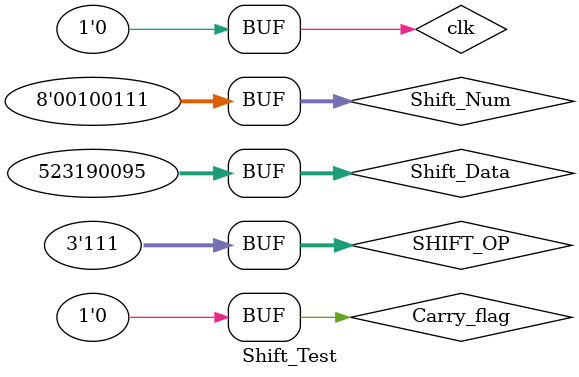
<source format=v>
`timescale 1ns / 1ps
module Shift_Test();
    reg clk = 0;
    reg [32:1] Shift_Data;
    reg [8:1] Shift_Num;
    reg [3:1] SHIFT_OP;
    reg Carry_flag;
    wire enable;
    wire [32:1] Shift_Out;
    wire Shift_Carry_Out;
    initial begin
        Carry_flag = 0; SHIFT_OP = 3'b000; Shift_Num = 8'd0; 
        Shift_Data = 32'h773d8f5c;
        
        #10 Carry_flag = 0; SHIFT_OP = 3'b001; Shift_Num = 8'd3; 
        Shift_Data = 32'h3ac50001;

        #10 Carry_flag = 0; SHIFT_OP = 3'b000; Shift_Num = 8'd35; 
        Shift_Data = 32'h87654321;



        #10 Carry_flag = 0; SHIFT_OP = 3'b010; Shift_Num = 8'd0; 
        Shift_Data = 32'hf0000000;

        #10 Carry_flag = 0; SHIFT_OP = 3'b011; Shift_Num = 8'd0; 
        Shift_Data = 32'h9fdcba97;

        #10 Carry_flag = 0; SHIFT_OP = 3'b010; Shift_Num = 8'd12; 
        Shift_Data = 32'h5f5555f5;

        #10 Carry_flag = 0; SHIFT_OP = 3'b011; Shift_Num = 8'd31; 
        Shift_Data = 32'hffffffff;

        #10 Carry_flag = 0; SHIFT_OP = 3'b010; Shift_Num = 8'd32; 
        Shift_Data = 32'hffffffff;

        #10 Carry_flag = 0; SHIFT_OP = 3'b011; Shift_Num = 8'd33; 
        Shift_Data = 32'hffffffff;



        #10 Carry_flag = 0; SHIFT_OP = 3'b100; Shift_Num = 8'd0; 
        Shift_Data = 32'h7a9d029d;

        #10 Carry_flag = 0; SHIFT_OP = 3'b101; Shift_Num = 8'd0; 
        Shift_Data = 32'h8a9d029d;

        #10 Carry_flag = 0; SHIFT_OP = 3'b100; Shift_Num = 8'd6; 
        Shift_Data = 32'h8a9d029d;

        #10 Carry_flag = 1; SHIFT_OP = 3'b101; Shift_Num = 8'd40; 
        Shift_Data = 32'h8a9d029d;
        
        

        
        #10 Carry_flag = 1; SHIFT_OP = 3'b110; Shift_Num = 8'd0; 
        Shift_Data = 32'h999ff999;

        #10 Carry_flag = 1; SHIFT_OP = 3'b111; Shift_Num = 8'd0; 
        Shift_Data = 32'h12345678;

        #10 Carry_flag = 1; SHIFT_OP = 3'b110; Shift_Num = 8'd1; 
        Shift_Data = 32'h3f3f3f3f;

        #10 Carry_flag = 0; SHIFT_OP = 3'b111; Shift_Num = 8'd39; 
        Shift_Data = 32'h1f2f3f4f;
        
        //#100 Shift_Num = 8'd0; SHIFT_OP = 3'b111; Carry_flag = 1;
        //Shift_Data     = 32'h12345678;
        
        //#100 Shift_Num = 8'h04; SHIFT_OP = 3'b110; Carry_flag = 1;
        //Shift_Data     = 32'haaaaff00;
        
    end
    Shift u(.SHIFT_OP(SHIFT_OP), .Shift_Data(Shift_Data), .Shift_Num(Shift_Num),.Carry_flag(Carry_flag), .Shift_Out(Shift_Out), .Shift_Carry_Out(Shift_Carry_Out));
endmodule

</source>
